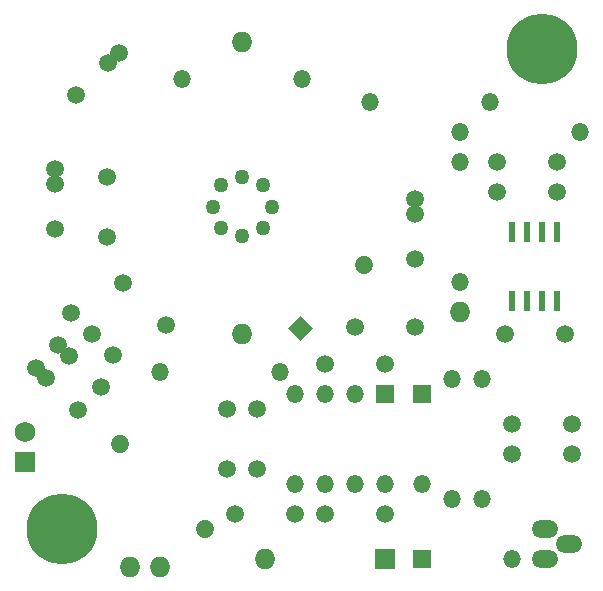
<source format=gts>
G04 (created by PCBNEW (22-Jun-2014 BZR 4027)-stable) date Sun 04 Feb 2018 03:40:53 PM CST*
%MOIN*%
G04 Gerber Fmt 3.4, Leading zero omitted, Abs format*
%FSLAX34Y34*%
G01*
G70*
G90*
G04 APERTURE LIST*
%ADD10C,0.00590551*%
%ADD11O,0.0885X0.059*%
%ADD12O,0.059X0.059*%
%ADD13C,0.059*%
%ADD14C,0.05*%
%ADD15R,0.059X0.059*%
%ADD16O,0.069X0.069*%
%ADD17C,0.23622*%
%ADD18C,0.059*%
%ADD19R,0.069X0.069*%
%ADD20C,0.069*%
%ADD21R,0.019X0.07*%
G04 APERTURE END LIST*
G54D10*
G54D11*
X95852Y-43250D03*
X96647Y-43750D03*
X95852Y-44250D03*
G54D12*
X92750Y-38250D03*
X92750Y-42250D03*
X93750Y-42250D03*
X93750Y-38250D03*
X83000Y-38000D03*
X87000Y-38000D03*
X83750Y-28250D03*
X87750Y-28250D03*
G54D13*
X84500Y-43250D02*
X84500Y-43250D01*
X81671Y-40421D02*
X81671Y-40421D01*
G54D14*
X85042Y-31792D03*
X86457Y-31792D03*
X86739Y-32500D03*
X85750Y-31510D03*
X86457Y-33207D03*
X85750Y-33489D03*
X85042Y-33207D03*
X84760Y-32500D03*
G54D15*
X90500Y-38750D03*
G54D12*
X89500Y-38750D03*
X88500Y-38750D03*
X87500Y-38750D03*
X87500Y-41750D03*
X88500Y-41750D03*
X90500Y-41750D03*
X89500Y-41750D03*
G54D16*
X83000Y-44500D03*
X82000Y-44500D03*
G54D17*
X95750Y-27250D03*
G54D18*
X94750Y-40750D03*
X96750Y-40750D03*
X91500Y-36500D03*
X89500Y-36500D03*
X85250Y-41250D03*
X85250Y-39250D03*
X86250Y-41250D03*
X86250Y-39250D03*
X88500Y-42750D03*
X90500Y-42750D03*
X81792Y-35042D03*
X83207Y-36457D03*
X81250Y-31500D03*
X81250Y-33500D03*
X96750Y-39750D03*
X94750Y-39750D03*
X90500Y-37750D03*
X88500Y-37750D03*
X87500Y-42750D03*
X85500Y-42750D03*
G54D16*
X85750Y-36750D03*
G54D19*
X90500Y-44250D03*
G54D16*
X86500Y-44250D03*
G54D15*
X91750Y-38750D03*
G54D12*
X91750Y-41750D03*
G54D10*
G36*
X87689Y-36143D02*
X88106Y-36560D01*
X87689Y-36977D01*
X87272Y-36560D01*
X87689Y-36143D01*
X87689Y-36143D01*
G37*
G54D13*
X89810Y-34439D02*
X89810Y-34439D01*
G54D15*
X91750Y-44250D03*
G54D12*
X94750Y-44250D03*
G54D18*
X81633Y-27366D03*
X80219Y-28780D03*
X81280Y-27719D03*
X79500Y-31250D03*
X79500Y-33250D03*
X79500Y-31750D03*
X91500Y-32250D03*
X91500Y-34250D03*
X91500Y-32750D03*
G54D19*
X78500Y-41000D03*
G54D20*
X78500Y-40000D03*
G54D17*
X79750Y-43250D03*
G54D16*
X85750Y-27000D03*
G54D21*
X96250Y-33350D03*
X95750Y-33350D03*
X95250Y-33350D03*
X94750Y-33350D03*
X94750Y-35650D03*
X95250Y-35650D03*
X95750Y-35650D03*
X96250Y-35650D03*
G54D12*
X90000Y-29000D03*
X94000Y-29000D03*
X97000Y-30000D03*
X93000Y-30000D03*
X93000Y-31000D03*
X93000Y-35000D03*
G54D18*
X94250Y-31000D03*
X96250Y-31000D03*
X96250Y-32000D03*
X94250Y-32000D03*
X96500Y-36750D03*
X94500Y-36750D03*
G54D16*
X93000Y-36000D03*
G54D18*
X79616Y-37116D03*
X81030Y-38530D03*
X79969Y-37469D03*
X78866Y-37866D03*
X80280Y-39280D03*
X79219Y-38219D03*
X80042Y-36042D03*
X81457Y-37457D03*
X80750Y-36750D03*
M02*

</source>
